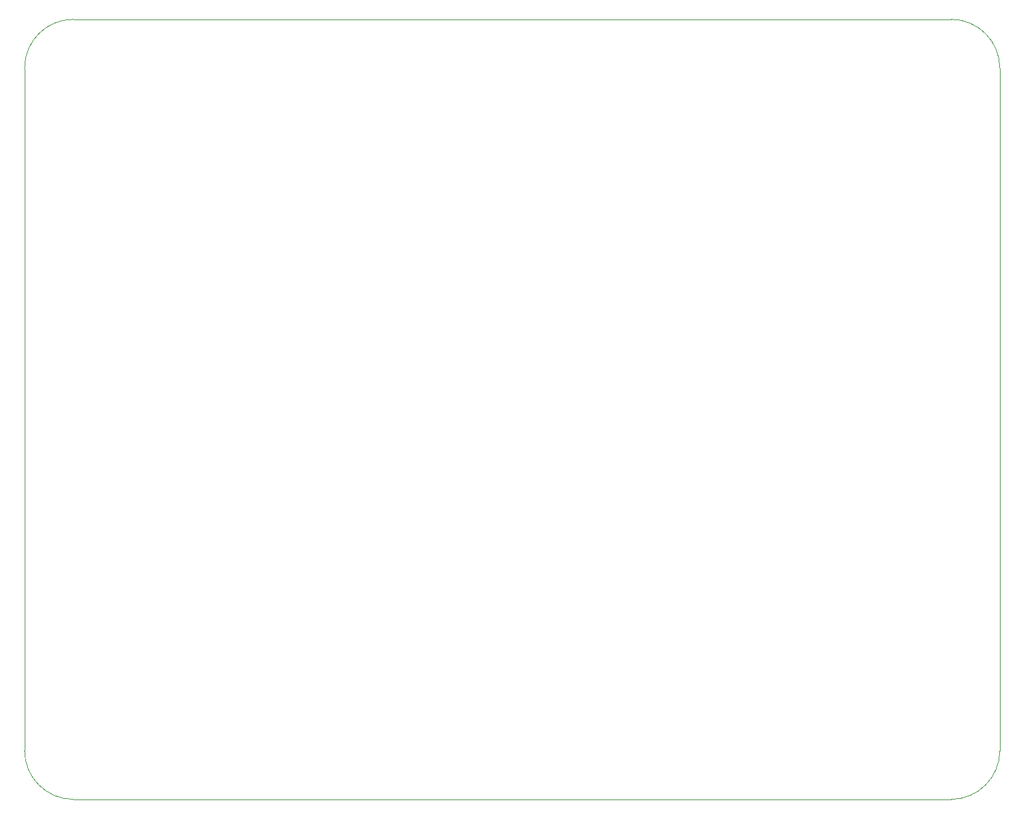
<source format=gbr>
%TF.GenerationSoftware,KiCad,Pcbnew,8.0.6*%
%TF.CreationDate,2025-02-28T11:45:46-05:00*%
%TF.ProjectId,PM5V_Telemetry_Cold_TPC,504d3556-5f54-4656-9c65-6d657472795f,rev?*%
%TF.SameCoordinates,Original*%
%TF.FileFunction,Profile,NP*%
%FSLAX46Y46*%
G04 Gerber Fmt 4.6, Leading zero omitted, Abs format (unit mm)*
G04 Created by KiCad (PCBNEW 8.0.6) date 2025-02-28 11:45:46*
%MOMM*%
%LPD*%
G01*
G04 APERTURE LIST*
%TA.AperFunction,Profile*%
%ADD10C,0.050000*%
%TD*%
G04 APERTURE END LIST*
D10*
X215900000Y-31750000D02*
X215900000Y-120650000D01*
X88900000Y-76200000D02*
X88900000Y-31750000D01*
X88900000Y-120650000D02*
X88900000Y-76200000D01*
X88900000Y-31750000D02*
G75*
G02*
X95250000Y-25400000I6350000J0D01*
G01*
X95250000Y-127000000D02*
G75*
G02*
X88900000Y-120650000I0J6350000D01*
G01*
X209550000Y-127000000D02*
X95250000Y-127000000D01*
X95250000Y-25400000D02*
X203200000Y-25400000D01*
X209550000Y-25400000D02*
G75*
G02*
X215900000Y-31750000I0J-6350000D01*
G01*
X203200000Y-25400000D02*
X209550000Y-25400000D01*
X215900000Y-120650000D02*
G75*
G02*
X209550000Y-127000000I-6350000J0D01*
G01*
M02*

</source>
